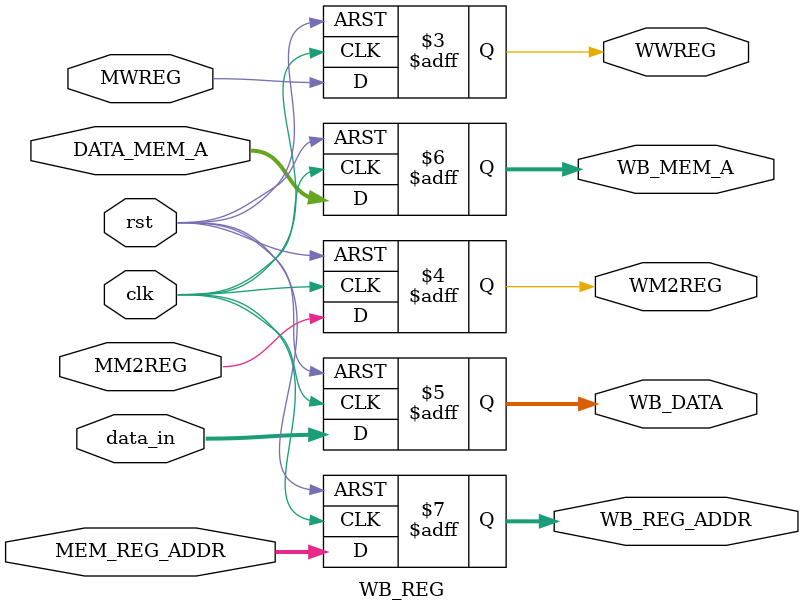
<source format=v>
`timescale 1ns / 1ps
module WB_REG(
input wire clk,
input wire rst,

input wire MWREG,
input wire MM2REG,

input wire[31:0] data_in,
input wire[31:0] DATA_MEM_A,
input wire[4:0] MEM_REG_ADDR,

output reg WWREG,
output reg WM2REG,
output reg[31:0] WB_DATA,
output reg[31:0] WB_MEM_A,
output reg[4:0] WB_REG_ADDR
    );

always@(posedge clk or posedge rst)begin
	if(rst == 1) begin
		WWREG <= 0;
		WM2REG <= 0;
		WB_DATA[31:0] <= 32'h0;
		WB_MEM_A[31:0] <= 32'h0;
		WB_REG_ADDR[31:0] <= 32'h0;
	end
	else begin
		WWREG <= MWREG;
		WM2REG <= MM2REG;
		WB_DATA[31:0] <= data_in[31:0];
		WB_MEM_A[31:0] <= DATA_MEM_A[31:0];
		WB_REG_ADDR[4:0] <= MEM_REG_ADDR[4:0];
	end
end

endmodule

</source>
